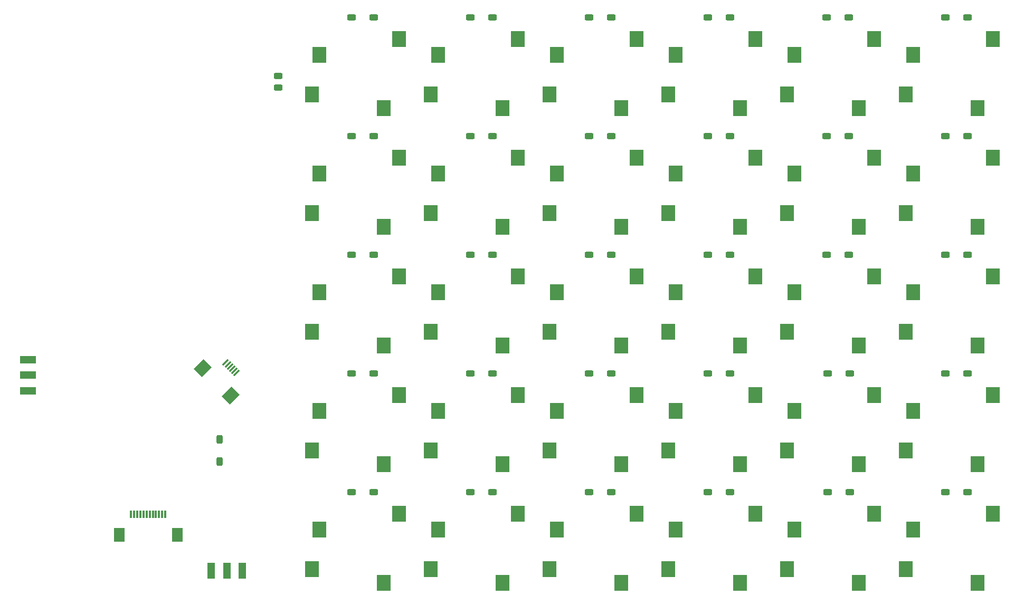
<source format=gbr>
%TF.GenerationSoftware,KiCad,Pcbnew,9.0.5-9.0.5~ubuntu24.04.1*%
%TF.CreationDate,2025-11-20T23:24:55+08:00*%
%TF.ProjectId,TPS,5450532e-6b69-4636-9164-5f7063625858,rev?*%
%TF.SameCoordinates,Original*%
%TF.FileFunction,Paste,Bot*%
%TF.FilePolarity,Positive*%
%FSLAX46Y46*%
G04 Gerber Fmt 4.6, Leading zero omitted, Abs format (unit mm)*
G04 Created by KiCad (PCBNEW 9.0.5-9.0.5~ubuntu24.04.1) date 2025-11-20 23:24:55*
%MOMM*%
%LPD*%
G01*
G04 APERTURE LIST*
G04 Aperture macros list*
%AMRoundRect*
0 Rectangle with rounded corners*
0 $1 Rounding radius*
0 $2 $3 $4 $5 $6 $7 $8 $9 X,Y pos of 4 corners*
0 Add a 4 corners polygon primitive as box body*
4,1,4,$2,$3,$4,$5,$6,$7,$8,$9,$2,$3,0*
0 Add four circle primitives for the rounded corners*
1,1,$1+$1,$2,$3*
1,1,$1+$1,$4,$5*
1,1,$1+$1,$6,$7*
1,1,$1+$1,$8,$9*
0 Add four rect primitives between the rounded corners*
20,1,$1+$1,$2,$3,$4,$5,0*
20,1,$1+$1,$4,$5,$6,$7,0*
20,1,$1+$1,$6,$7,$8,$9,0*
20,1,$1+$1,$8,$9,$2,$3,0*%
%AMRotRect*
0 Rectangle, with rotation*
0 The origin of the aperture is its center*
0 $1 length*
0 $2 width*
0 $3 Rotation angle, in degrees counterclockwise*
0 Add horizontal line*
21,1,$1,$2,0,0,$3*%
%AMOutline4P*
0 Free polygon, 4 corners , with rotation*
0 The origin of the aperture is its center*
0 number of corners: always 4*
0 $1 to $8 corner X, Y*
0 $9 Rotation angle, in degrees counterclockwise*
0 create outline with 4 corners*
4,1,4,$1,$2,$3,$4,$5,$6,$7,$8,$1,$2,$9*%
G04 Aperture macros list end*
%ADD10RoundRect,0.250000X0.450000X0.250000X-0.450000X0.250000X-0.450000X-0.250000X0.450000X-0.250000X0*%
%ADD11Outline4P,-1.079500X-1.250000X1.079500X-1.250000X1.079500X1.250000X-1.079500X1.250000X180.000000*%
%ADD12RoundRect,0.250000X0.250000X-0.450000X0.250000X0.450000X-0.250000X0.450000X-0.250000X-0.450000X0*%
%ADD13Outline4P,-0.600000X-1.250000X0.600000X-1.250000X0.600000X1.250000X-0.600000X1.250000X270.000000*%
%ADD14Outline4P,-0.600000X-1.250000X0.600000X-1.250000X0.600000X1.250000X-0.600000X1.250000X0.000000*%
%ADD15RoundRect,0.243750X0.456250X-0.243750X0.456250X0.243750X-0.456250X0.243750X-0.456250X-0.243750X0*%
%ADD16RotRect,0.300000X1.300000X135.000000*%
%ADD17RotRect,1.800000X2.200000X135.000000*%
%ADD18R,0.300000X1.300000*%
%ADD19R,1.800000X2.200000*%
G04 APERTURE END LIST*
D10*
%TO.C,D17*%
X153025000Y-49050000D03*
X156575000Y-49050000D03*
%TD*%
%TO.C,D26*%
X172205000Y-106200000D03*
X175755000Y-106200000D03*
%TD*%
D11*
%TO.C,K20*%
X146629000Y-118525000D03*
X147803000Y-112185000D03*
X158181000Y-120725000D03*
X160596000Y-109645000D03*
%TD*%
%TO.C,K21*%
X165679000Y-42325000D03*
X166853000Y-35985000D03*
X177231000Y-44525000D03*
X179646000Y-33445000D03*
%TD*%
D10*
%TO.C,D2*%
X95875000Y-49050000D03*
X99425000Y-49050000D03*
%TD*%
%TO.C,D16*%
X153025000Y-30000000D03*
X156575000Y-30000000D03*
%TD*%
%TO.C,D23*%
X172075000Y-68100000D03*
X175625000Y-68100000D03*
%TD*%
D11*
%TO.C,K4*%
X89479000Y-99475000D03*
X90653000Y-93135000D03*
X101031000Y-101675000D03*
X103446000Y-90595000D03*
%TD*%
%TO.C,K5*%
X89479000Y-118525000D03*
X90653000Y-112185000D03*
X101031000Y-120725000D03*
X103446000Y-109645000D03*
%TD*%
D10*
%TO.C,D29*%
X191125000Y-68100000D03*
X194675000Y-68100000D03*
%TD*%
D11*
%TO.C,K2*%
X89479000Y-61375000D03*
X90653000Y-55035000D03*
X101031000Y-63575000D03*
X103446000Y-52495000D03*
%TD*%
D10*
%TO.C,D8*%
X114925000Y-68100000D03*
X118475000Y-68100000D03*
%TD*%
D11*
%TO.C,K9*%
X108529000Y-99475000D03*
X109703000Y-93135000D03*
X120081000Y-101675000D03*
X122496000Y-90595000D03*
%TD*%
%TO.C,K12*%
X127579000Y-61375000D03*
X128753000Y-55035000D03*
X139131000Y-63575000D03*
X141546000Y-52495000D03*
%TD*%
D10*
%TO.C,D3*%
X95875000Y-68100000D03*
X99425000Y-68100000D03*
%TD*%
D11*
%TO.C,K27*%
X184729000Y-42325000D03*
X185903000Y-35985000D03*
X196281000Y-44525000D03*
X198696000Y-33445000D03*
%TD*%
D10*
%TO.C,D1*%
X95875000Y-30000000D03*
X99425000Y-30000000D03*
%TD*%
%TO.C,D9*%
X114925000Y-87150000D03*
X118475000Y-87150000D03*
%TD*%
D11*
%TO.C,K1*%
X89479000Y-42325000D03*
X90653000Y-35985000D03*
X101031000Y-44525000D03*
X103446000Y-33445000D03*
%TD*%
%TO.C,K22*%
X165679000Y-61375000D03*
X166853000Y-55035000D03*
X177231000Y-63575000D03*
X179646000Y-52495000D03*
%TD*%
%TO.C,K11*%
X127579000Y-42325000D03*
X128753000Y-35985000D03*
X139131000Y-44525000D03*
X141546000Y-33445000D03*
%TD*%
%TO.C,K29*%
X184729000Y-80425000D03*
X185903000Y-74085000D03*
X196281000Y-82625000D03*
X198696000Y-71545000D03*
%TD*%
%TO.C,K28*%
X184729000Y-61375000D03*
X185903000Y-55035000D03*
X196281000Y-63575000D03*
X198696000Y-52495000D03*
%TD*%
D10*
%TO.C,D24*%
X172205000Y-87150000D03*
X175755000Y-87150000D03*
%TD*%
D11*
%TO.C,K30*%
X184729000Y-99475000D03*
X185903000Y-93135000D03*
X196281000Y-101675000D03*
X198696000Y-90595000D03*
%TD*%
D10*
%TO.C,D15*%
X133975000Y-106200000D03*
X137525000Y-106200000D03*
%TD*%
%TO.C,D11*%
X133975000Y-30000000D03*
X137525000Y-30000000D03*
%TD*%
D12*
%TO.C,D25*%
X74638000Y-97718000D03*
X74638000Y-101268000D03*
%TD*%
D11*
%TO.C,K23*%
X165679000Y-80425000D03*
X166853000Y-74085000D03*
X177231000Y-82625000D03*
X179646000Y-71545000D03*
%TD*%
D10*
%TO.C,D5*%
X95875000Y-106200000D03*
X99425000Y-106200000D03*
%TD*%
D11*
%TO.C,K6*%
X108529000Y-42325000D03*
X109703000Y-35985000D03*
X120081000Y-44525000D03*
X122496000Y-33445000D03*
%TD*%
D10*
%TO.C,D18*%
X153025000Y-68100000D03*
X156575000Y-68100000D03*
%TD*%
%TO.C,D14*%
X133975000Y-87150000D03*
X137525000Y-87150000D03*
%TD*%
%TO.C,D13*%
X133975000Y-68100000D03*
X137525000Y-68100000D03*
%TD*%
%TO.C,D27*%
X191125000Y-30000000D03*
X194675000Y-30000000D03*
%TD*%
D11*
%TO.C,K17*%
X146629000Y-61375000D03*
X147803000Y-55035000D03*
X158181000Y-63575000D03*
X160596000Y-52495000D03*
%TD*%
D10*
%TO.C,D6*%
X114925000Y-30000000D03*
X118475000Y-30000000D03*
%TD*%
D11*
%TO.C,K15*%
X127579000Y-118525000D03*
X128753000Y-112185000D03*
X139131000Y-120725000D03*
X141546000Y-109645000D03*
%TD*%
D10*
%TO.C,D20*%
X153025000Y-106200000D03*
X156575000Y-106200000D03*
%TD*%
%TO.C,D22*%
X172075000Y-49050000D03*
X175625000Y-49050000D03*
%TD*%
D13*
%TO.C,SW2*%
X43964000Y-84900000D03*
X43964000Y-87400000D03*
X43964000Y-89900000D03*
%TD*%
D11*
%TO.C,K18*%
X146629000Y-80425000D03*
X147803000Y-74085000D03*
X158181000Y-82625000D03*
X160596000Y-71545000D03*
%TD*%
D10*
%TO.C,D4*%
X95875000Y-87150000D03*
X99425000Y-87150000D03*
%TD*%
D11*
%TO.C,K7*%
X108529000Y-61375000D03*
X109703000Y-55035000D03*
X120081000Y-63575000D03*
X122496000Y-52495000D03*
%TD*%
%TO.C,K14*%
X127579000Y-99475000D03*
X128753000Y-93135000D03*
X139131000Y-101675000D03*
X141546000Y-90595000D03*
%TD*%
D10*
%TO.C,D19*%
X153025000Y-87150000D03*
X156575000Y-87150000D03*
%TD*%
D11*
%TO.C,K26*%
X165679000Y-118525000D03*
X166853000Y-112185000D03*
X177231000Y-120725000D03*
X179646000Y-109645000D03*
%TD*%
%TO.C,K19*%
X146629000Y-99475000D03*
X147803000Y-93135000D03*
X158181000Y-101675000D03*
X160596000Y-90595000D03*
%TD*%
D10*
%TO.C,D10*%
X114925000Y-106200000D03*
X118475000Y-106200000D03*
%TD*%
D11*
%TO.C,K13*%
X127579000Y-80425000D03*
X128753000Y-74085000D03*
X139131000Y-82625000D03*
X141546000Y-71545000D03*
%TD*%
D10*
%TO.C,D12*%
X133975000Y-49050000D03*
X137525000Y-49050000D03*
%TD*%
%TO.C,D31*%
X191125000Y-106200000D03*
X194675000Y-106200000D03*
%TD*%
D11*
%TO.C,K8*%
X108529000Y-80425000D03*
X109703000Y-74085000D03*
X120081000Y-82625000D03*
X122496000Y-71545000D03*
%TD*%
D10*
%TO.C,D28*%
X191125000Y-49050000D03*
X194675000Y-49050000D03*
%TD*%
%TO.C,D7*%
X114925000Y-49050000D03*
X118475000Y-49050000D03*
%TD*%
D11*
%TO.C,K3*%
X89479000Y-80425000D03*
X90653000Y-74085000D03*
X101031000Y-82625000D03*
X103446000Y-71545000D03*
%TD*%
D14*
%TO.C,SW3*%
X73352000Y-118747000D03*
X75852000Y-118747000D03*
X78352000Y-118747000D03*
%TD*%
D11*
%TO.C,K16*%
X146629000Y-42325000D03*
X147803000Y-35985000D03*
X158181000Y-44525000D03*
X160596000Y-33445000D03*
%TD*%
D10*
%TO.C,D30*%
X191125000Y-87150000D03*
X194675000Y-87150000D03*
%TD*%
D11*
%TO.C,K31*%
X184729000Y-118525000D03*
X185903000Y-112185000D03*
X196281000Y-120725000D03*
X198696000Y-109645000D03*
%TD*%
%TO.C,K10*%
X108529000Y-118525000D03*
X109703000Y-112185000D03*
X120081000Y-120725000D03*
X122496000Y-109645000D03*
%TD*%
%TO.C,K24*%
X165679000Y-99475000D03*
X166853000Y-93135000D03*
X177231000Y-101675000D03*
X179646000Y-90595000D03*
%TD*%
D10*
%TO.C,D21*%
X172075000Y-30000000D03*
X175625000Y-30000000D03*
%TD*%
D15*
%TO.C,F1*%
X84060000Y-41217500D03*
X84060000Y-39342500D03*
%TD*%
D16*
%TO.C,J6*%
X77410031Y-87068736D03*
X77056478Y-86715183D03*
X76702924Y-86361629D03*
X76349371Y-86008076D03*
X75995817Y-85654522D03*
X75642264Y-85300969D03*
D17*
X76455437Y-90710336D03*
X72000664Y-86255563D03*
%TD*%
D18*
%TO.C,J3*%
X65968000Y-109752000D03*
X65468000Y-109752000D03*
X64968000Y-109752000D03*
X64468000Y-109752000D03*
X63968000Y-109752000D03*
X63468000Y-109752000D03*
X62968000Y-109752000D03*
X62468000Y-109752000D03*
X61968000Y-109752000D03*
X61468000Y-109752000D03*
X60968000Y-109752000D03*
X60468000Y-109752000D03*
D19*
X67868000Y-113002000D03*
X58568000Y-113002000D03*
%TD*%
M02*

</source>
